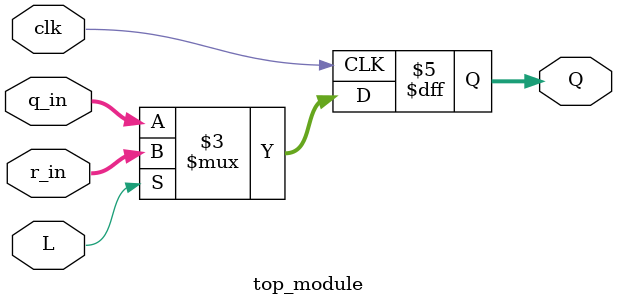
<source format=sv>
module full_module (
    input [2:0] r,
    input L,
    input clk,
    output reg [2:0] q
);

top_module u0(
    .clk(clk),
    .L(L),
    .q_in(q[0]),
    .r_in(r[0]),
    .Q(q[0])
);

top_module u1(
    .clk(clk),
    .L(L),
    .q_in(q[1]),
    .r_in(r[1]),
    .Q(q[1])
);

top_module u2(
    .clk(clk),
    .L(L),
    .q_in({q[1] ^ q[2], q[0], q[2]}),
    .r_in(r[2]),
    .Q(q[2])
);

endmodule
module top_module(
    input clk,
    input L,
    input [2:0] q_in,
    input [2:0] r_in,
    output reg [2:0] Q
);

always @(posedge clk) begin
    if (L)
        Q <= r_in;
    else
        Q <= q_in;
end

endmodule

</source>
